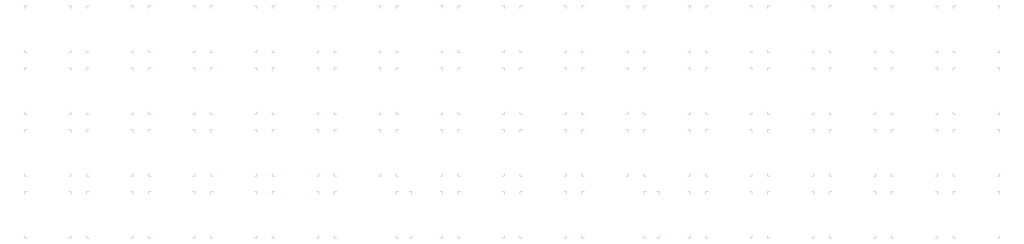
<source format=gbr>
%TF.GenerationSoftware,KiCad,Pcbnew,(6.0.0)*%
%TF.CreationDate,2022-05-01T17:24:25-04:00*%
%TF.ProjectId,HL-2040,484c2d32-3034-4302-9e6b-696361645f70,Mark 2 Rev F*%
%TF.SameCoordinates,Original*%
%TF.FileFunction,Legend,Top*%
%TF.FilePolarity,Positive*%
%FSLAX46Y46*%
G04 Gerber Fmt 4.6, Leading zero omitted, Abs format (unit mm)*
G04 Created by KiCad (PCBNEW (6.0.0)) date 2022-05-01 17:24:25*
%MOMM*%
%LPD*%
G01*
G04 APERTURE LIST*
%ADD10C,0.120000*%
G04 APERTURE END LIST*
D10*
%TO.C,K2*%
X50800450Y-88105800D02*
X51594150Y-88105800D01*
X50800450Y-87312100D02*
X50800450Y-88105800D01*
X65087050Y-73819200D02*
X65087050Y-74612900D01*
X65087050Y-87312100D02*
X65087050Y-88105800D01*
X50800450Y-74612900D02*
X50800450Y-73819200D01*
X65087050Y-88105800D02*
X64293350Y-88105800D01*
X50800450Y-73819200D02*
X51594150Y-73819200D01*
X64293350Y-73819200D02*
X65087050Y-73819200D01*
%TO.C,K3*%
X69850450Y-74600200D02*
X69850450Y-73806500D01*
X69850450Y-88093100D02*
X70644150Y-88093100D01*
X84137050Y-88093100D02*
X83343350Y-88093100D01*
X84137050Y-73806500D02*
X84137050Y-74600200D01*
X69850450Y-73806500D02*
X70644150Y-73806500D01*
X83343350Y-73806500D02*
X84137050Y-73806500D01*
X84137050Y-87299400D02*
X84137050Y-88093100D01*
X69850450Y-87299400D02*
X69850450Y-88093100D01*
%TO.C,K6*%
X127000450Y-74612900D02*
X127000450Y-73819200D01*
X140493350Y-73819200D02*
X141287050Y-73819200D01*
X141287050Y-73819200D02*
X141287050Y-74612900D01*
X141287050Y-88105800D02*
X140493350Y-88105800D01*
X141287050Y-87312100D02*
X141287050Y-88105800D01*
X127000450Y-88105800D02*
X127794150Y-88105800D01*
X127000450Y-73819200D02*
X127794150Y-73819200D01*
X127000450Y-87312100D02*
X127000450Y-88105800D01*
%TO.C,K7*%
X159543350Y-73819200D02*
X160337050Y-73819200D01*
X146050450Y-74612900D02*
X146050450Y-73819200D01*
X160337050Y-88105800D02*
X159543350Y-88105800D01*
X146050450Y-88105800D02*
X146844150Y-88105800D01*
X160337050Y-73819200D02*
X160337050Y-74612900D01*
X146050450Y-87312100D02*
X146050450Y-88105800D01*
X160337050Y-87312100D02*
X160337050Y-88105800D01*
X146050450Y-73819200D02*
X146844150Y-73819200D01*
%TO.C,K8*%
X179387050Y-73819200D02*
X179387050Y-74612900D01*
X165100450Y-88105800D02*
X165894150Y-88105800D01*
X165100450Y-74612900D02*
X165100450Y-73819200D01*
X165100450Y-87312100D02*
X165100450Y-88105800D01*
X165100450Y-73819200D02*
X165894150Y-73819200D01*
X179387050Y-88105800D02*
X178593350Y-88105800D01*
X179387050Y-87312100D02*
X179387050Y-88105800D01*
X178593350Y-73819200D02*
X179387050Y-73819200D01*
%TO.C,K9*%
X198437050Y-88105800D02*
X197643350Y-88105800D01*
X198437050Y-87312100D02*
X198437050Y-88105800D01*
X198437050Y-73819200D02*
X198437050Y-74612900D01*
X184150450Y-73819200D02*
X184944150Y-73819200D01*
X184150450Y-88105800D02*
X184944150Y-88105800D01*
X184150450Y-87312100D02*
X184150450Y-88105800D01*
X197643350Y-73819200D02*
X198437050Y-73819200D01*
X184150450Y-74612900D02*
X184150450Y-73819200D01*
%TO.C,K10*%
X203200450Y-73819200D02*
X203994150Y-73819200D01*
X216693350Y-73819200D02*
X217487050Y-73819200D01*
X217487050Y-73819200D02*
X217487050Y-74612900D01*
X203200450Y-88105800D02*
X203994150Y-88105800D01*
X217487050Y-88105800D02*
X216693350Y-88105800D01*
X217487050Y-87312100D02*
X217487050Y-88105800D01*
X203200450Y-74612900D02*
X203200450Y-73819200D01*
X203200450Y-87312100D02*
X203200450Y-88105800D01*
%TO.C,K11*%
X236537050Y-88105800D02*
X235743350Y-88105800D01*
X236537050Y-87312100D02*
X236537050Y-88105800D01*
X222250450Y-73819200D02*
X223044150Y-73819200D01*
X236537050Y-73819200D02*
X236537050Y-74612900D01*
X235743350Y-73819200D02*
X236537050Y-73819200D01*
X222250450Y-88105800D02*
X223044150Y-88105800D01*
X222250450Y-74612900D02*
X222250450Y-73819200D01*
X222250450Y-87312100D02*
X222250450Y-88105800D01*
%TO.C,K12*%
X241300450Y-74612900D02*
X241300450Y-73819200D01*
X241300450Y-87312100D02*
X241300450Y-88105800D01*
X241300450Y-73819200D02*
X242094150Y-73819200D01*
X241300450Y-88105800D02*
X242094150Y-88105800D01*
X255587050Y-88105800D02*
X254793350Y-88105800D01*
X255587050Y-87312100D02*
X255587050Y-88105800D01*
X255587050Y-73819200D02*
X255587050Y-74612900D01*
X254793350Y-73819200D02*
X255587050Y-73819200D01*
%TO.C,K13*%
X274637050Y-87312100D02*
X274637050Y-88105800D01*
X273843350Y-73819200D02*
X274637050Y-73819200D01*
X260350450Y-74612900D02*
X260350450Y-73819200D01*
X260350450Y-87312100D02*
X260350450Y-88105800D01*
X274637050Y-73819200D02*
X274637050Y-74612900D01*
X260350450Y-88105800D02*
X261144150Y-88105800D01*
X274637050Y-88105800D02*
X273843350Y-88105800D01*
X260350450Y-73819200D02*
X261144150Y-73819200D01*
%TO.C,K14*%
X292893350Y-73819200D02*
X293687050Y-73819200D01*
X279400450Y-73819200D02*
X280194150Y-73819200D01*
X293687050Y-88105800D02*
X292893350Y-88105800D01*
X279400450Y-87312100D02*
X279400450Y-88105800D01*
X279400450Y-74612900D02*
X279400450Y-73819200D01*
X293687050Y-87312100D02*
X293687050Y-88105800D01*
X279400450Y-88105800D02*
X280194150Y-88105800D01*
X293687050Y-73819200D02*
X293687050Y-74612900D01*
%TO.C,K15*%
X298450450Y-74612900D02*
X298450450Y-73819200D01*
X298450450Y-73819200D02*
X299244150Y-73819200D01*
X312737050Y-73819200D02*
X312737050Y-74612900D01*
X312737050Y-87312100D02*
X312737050Y-88105800D01*
X312737050Y-88105800D02*
X311943350Y-88105800D01*
X311943350Y-73819200D02*
X312737050Y-73819200D01*
X298450450Y-88105800D02*
X299244150Y-88105800D01*
X298450450Y-87312100D02*
X298450450Y-88105800D01*
%TO.C,K16*%
X317500450Y-88105800D02*
X318294150Y-88105800D01*
X317500450Y-87312100D02*
X317500450Y-88105800D01*
X331787050Y-88105800D02*
X330993350Y-88105800D01*
X330993350Y-73819200D02*
X331787050Y-73819200D01*
X331787050Y-87312100D02*
X331787050Y-88105800D01*
X317500450Y-73819200D02*
X318294150Y-73819200D01*
X331787050Y-73819200D02*
X331787050Y-74612900D01*
X317500450Y-74612900D02*
X317500450Y-73819200D01*
%TO.C,K17*%
X31750450Y-106362100D02*
X31750450Y-107155800D01*
X45243350Y-92869200D02*
X46037050Y-92869200D01*
X46037050Y-107155800D02*
X45243350Y-107155800D01*
X46037050Y-92869200D02*
X46037050Y-93662900D01*
X31750450Y-92869200D02*
X32544150Y-92869200D01*
X46037050Y-106362100D02*
X46037050Y-107155800D01*
X31750450Y-107155800D02*
X32544150Y-107155800D01*
X31750450Y-93662900D02*
X31750450Y-92869200D01*
%TO.C,K18*%
X50800450Y-92869200D02*
X51594150Y-92869200D01*
X64293350Y-92869200D02*
X65087050Y-92869200D01*
X65087050Y-92869200D02*
X65087050Y-93662900D01*
X50800450Y-107155800D02*
X51594150Y-107155800D01*
X65087050Y-107155800D02*
X64293350Y-107155800D01*
X50800450Y-93662900D02*
X50800450Y-92869200D01*
X50800450Y-106362100D02*
X50800450Y-107155800D01*
X65087050Y-106362100D02*
X65087050Y-107155800D01*
%TO.C,K19*%
X83343350Y-92869200D02*
X84137050Y-92869200D01*
X84137050Y-106362100D02*
X84137050Y-107155800D01*
X69850450Y-106362100D02*
X69850450Y-107155800D01*
X84137050Y-107155800D02*
X83343350Y-107155800D01*
X84137050Y-92869200D02*
X84137050Y-93662900D01*
X69850450Y-93662900D02*
X69850450Y-92869200D01*
X69850450Y-107155800D02*
X70644150Y-107155800D01*
X69850450Y-92869200D02*
X70644150Y-92869200D01*
%TO.C,K22*%
X127000450Y-107155800D02*
X127794150Y-107155800D01*
X140493350Y-92869200D02*
X141287050Y-92869200D01*
X127000450Y-106362100D02*
X127000450Y-107155800D01*
X127000450Y-93662900D02*
X127000450Y-92869200D01*
X141287050Y-92869200D02*
X141287050Y-93662900D01*
X141287050Y-107155800D02*
X140493350Y-107155800D01*
X141287050Y-106362100D02*
X141287050Y-107155800D01*
X127000450Y-92869200D02*
X127794150Y-92869200D01*
%TO.C,K23*%
X160337050Y-106362100D02*
X160337050Y-107155800D01*
X146050450Y-107155800D02*
X146844150Y-107155800D01*
X159543350Y-92869200D02*
X160337050Y-92869200D01*
X160337050Y-92869200D02*
X160337050Y-93662900D01*
X160337050Y-107155800D02*
X159543350Y-107155800D01*
X146050450Y-92869200D02*
X146844150Y-92869200D01*
X146050450Y-106362100D02*
X146050450Y-107155800D01*
X146050450Y-93662900D02*
X146050450Y-92869200D01*
%TO.C,K24*%
X165100450Y-93662900D02*
X165100450Y-92869200D01*
X165100450Y-92869200D02*
X165894150Y-92869200D01*
X165100450Y-107155800D02*
X165894150Y-107155800D01*
X178593350Y-92869200D02*
X179387050Y-92869200D01*
X179387050Y-92869200D02*
X179387050Y-93662900D01*
X179387050Y-107155800D02*
X178593350Y-107155800D01*
X179387050Y-106362100D02*
X179387050Y-107155800D01*
X165100450Y-106362100D02*
X165100450Y-107155800D01*
%TO.C,K25*%
X184150450Y-93662900D02*
X184150450Y-92869200D01*
X198437050Y-106362100D02*
X198437050Y-107155800D01*
X198437050Y-107155800D02*
X197643350Y-107155800D01*
X198437050Y-92869200D02*
X198437050Y-93662900D01*
X197643350Y-92869200D02*
X198437050Y-92869200D01*
X184150450Y-107155800D02*
X184944150Y-107155800D01*
X184150450Y-106362100D02*
X184150450Y-107155800D01*
X184150450Y-92869200D02*
X184944150Y-92869200D01*
%TO.C,K26*%
X217487050Y-107155800D02*
X216693350Y-107155800D01*
X203200450Y-93662900D02*
X203200450Y-92869200D01*
X217487050Y-106362100D02*
X217487050Y-107155800D01*
X203200450Y-107155800D02*
X203994150Y-107155800D01*
X203200450Y-106362100D02*
X203200450Y-107155800D01*
X203200450Y-92869200D02*
X203994150Y-92869200D01*
X217487050Y-92869200D02*
X217487050Y-93662900D01*
X216693350Y-92869200D02*
X217487050Y-92869200D01*
%TO.C,K27*%
X236537050Y-107155800D02*
X235743350Y-107155800D01*
X222250450Y-107155800D02*
X223044150Y-107155800D01*
X222250450Y-93662900D02*
X222250450Y-92869200D01*
X235743350Y-92869200D02*
X236537050Y-92869200D01*
X222250450Y-106362100D02*
X222250450Y-107155800D01*
X236537050Y-106362100D02*
X236537050Y-107155800D01*
X222250450Y-92869200D02*
X223044150Y-92869200D01*
X236537050Y-92869200D02*
X236537050Y-93662900D01*
%TO.C,K28*%
X241300450Y-93662900D02*
X241300450Y-92869200D01*
X254793350Y-92869200D02*
X255587050Y-92869200D01*
X241300450Y-106362100D02*
X241300450Y-107155800D01*
X255587050Y-92869200D02*
X255587050Y-93662900D01*
X241300450Y-92869200D02*
X242094150Y-92869200D01*
X255587050Y-106362100D02*
X255587050Y-107155800D01*
X255587050Y-107155800D02*
X254793350Y-107155800D01*
X241300450Y-107155800D02*
X242094150Y-107155800D01*
%TO.C,K29*%
X260350450Y-93662900D02*
X260350450Y-92869200D01*
X273843350Y-92869200D02*
X274637050Y-92869200D01*
X260350450Y-92869200D02*
X261144150Y-92869200D01*
X274637050Y-92869200D02*
X274637050Y-93662900D01*
X260350450Y-106362100D02*
X260350450Y-107155800D01*
X274637050Y-106362100D02*
X274637050Y-107155800D01*
X274637050Y-107155800D02*
X273843350Y-107155800D01*
X260350450Y-107155800D02*
X261144150Y-107155800D01*
%TO.C,K30*%
X292893350Y-92869200D02*
X293687050Y-92869200D01*
X279400450Y-92869200D02*
X280194150Y-92869200D01*
X293687050Y-107155800D02*
X292893350Y-107155800D01*
X279400450Y-107155800D02*
X280194150Y-107155800D01*
X293687050Y-92869200D02*
X293687050Y-93662900D01*
X279400450Y-106362100D02*
X279400450Y-107155800D01*
X293687050Y-106362100D02*
X293687050Y-107155800D01*
X279400450Y-93662900D02*
X279400450Y-92869200D01*
%TO.C,K31*%
X298450450Y-92869200D02*
X299244150Y-92869200D01*
X311943350Y-92869200D02*
X312737050Y-92869200D01*
X298450450Y-107155800D02*
X299244150Y-107155800D01*
X312737050Y-107155800D02*
X311943350Y-107155800D01*
X298450450Y-93662900D02*
X298450450Y-92869200D01*
X312737050Y-106362100D02*
X312737050Y-107155800D01*
X298450450Y-106362100D02*
X298450450Y-107155800D01*
X312737050Y-92869200D02*
X312737050Y-93662900D01*
%TO.C,K32*%
X317500450Y-93662900D02*
X317500450Y-92869200D01*
X331787050Y-106362100D02*
X331787050Y-107155800D01*
X317500450Y-107155800D02*
X318294150Y-107155800D01*
X330993350Y-92869200D02*
X331787050Y-92869200D01*
X317500450Y-106362100D02*
X317500450Y-107155800D01*
X317500450Y-92869200D02*
X318294150Y-92869200D01*
X331787050Y-107155800D02*
X330993350Y-107155800D01*
X331787050Y-92869200D02*
X331787050Y-93662900D01*
%TO.C,K33*%
X31750450Y-125412100D02*
X31750450Y-126205800D01*
X46037050Y-125412100D02*
X46037050Y-126205800D01*
X31750450Y-126205800D02*
X32544150Y-126205800D01*
X31750450Y-111919200D02*
X32544150Y-111919200D01*
X45243350Y-111919200D02*
X46037050Y-111919200D01*
X31750450Y-112712900D02*
X31750450Y-111919200D01*
X46037050Y-111919200D02*
X46037050Y-112712900D01*
X46037050Y-126205800D02*
X45243350Y-126205800D01*
%TO.C,K34*%
X65087050Y-125412100D02*
X65087050Y-126205800D01*
X50800450Y-112712900D02*
X50800450Y-111919200D01*
X50800450Y-126205800D02*
X51594150Y-126205800D01*
X50800450Y-111919200D02*
X51594150Y-111919200D01*
X65087050Y-111919200D02*
X65087050Y-112712900D01*
X65087050Y-126205800D02*
X64293350Y-126205800D01*
X64293350Y-111919200D02*
X65087050Y-111919200D01*
X50800450Y-125412100D02*
X50800450Y-126205800D01*
%TO.C,K35*%
X69850450Y-111919200D02*
X70644150Y-111919200D01*
X84137050Y-125412100D02*
X84137050Y-126205800D01*
X69850450Y-125412100D02*
X69850450Y-126205800D01*
X69850450Y-126205800D02*
X70644150Y-126205800D01*
X84137050Y-126205800D02*
X83343350Y-126205800D01*
X84137050Y-111919200D02*
X84137050Y-112712900D01*
X69850450Y-112712900D02*
X69850450Y-111919200D01*
X83343350Y-111919200D02*
X84137050Y-111919200D01*
%TO.C,K36*%
X102393350Y-111919200D02*
X103187050Y-111919200D01*
X88900450Y-125412100D02*
X88900450Y-126205800D01*
X88900450Y-126205800D02*
X89694150Y-126205800D01*
X88900450Y-111919200D02*
X89694150Y-111919200D01*
X88900450Y-112712900D02*
X88900450Y-111919200D01*
X103187050Y-126205800D02*
X102393350Y-126205800D01*
X103187050Y-125412100D02*
X103187050Y-126205800D01*
X103187050Y-111919200D02*
X103187050Y-112712900D01*
%TO.C,K37*%
X107950450Y-111919200D02*
X108744150Y-111919200D01*
X122237050Y-126205800D02*
X121443350Y-126205800D01*
X107950450Y-126205800D02*
X108744150Y-126205800D01*
X107950450Y-112712900D02*
X107950450Y-111919200D01*
X107950450Y-125412100D02*
X107950450Y-126205800D01*
X122237050Y-125412100D02*
X122237050Y-126205800D01*
X121443350Y-111919200D02*
X122237050Y-111919200D01*
X122237050Y-111919200D02*
X122237050Y-112712900D01*
%TO.C,K38*%
X127000450Y-126205800D02*
X127794150Y-126205800D01*
X127000450Y-125412100D02*
X127000450Y-126205800D01*
X141287050Y-111919200D02*
X141287050Y-112712900D01*
X140493350Y-111919200D02*
X141287050Y-111919200D01*
X127000450Y-111919200D02*
X127794150Y-111919200D01*
X141287050Y-125412100D02*
X141287050Y-126205800D01*
X127000450Y-112712900D02*
X127000450Y-111919200D01*
X141287050Y-126205800D02*
X140493350Y-126205800D01*
%TO.C,K39*%
X146050450Y-126205800D02*
X146844150Y-126205800D01*
X146050450Y-111919200D02*
X146844150Y-111919200D01*
X159543350Y-111919200D02*
X160337050Y-111919200D01*
X146050450Y-125412100D02*
X146050450Y-126205800D01*
X160337050Y-126205800D02*
X159543350Y-126205800D01*
X160337050Y-125412100D02*
X160337050Y-126205800D01*
X146050450Y-112712900D02*
X146050450Y-111919200D01*
X160337050Y-111919200D02*
X160337050Y-112712900D01*
%TO.C,K40*%
X165100450Y-111919200D02*
X165894150Y-111919200D01*
X165100450Y-112712900D02*
X165100450Y-111919200D01*
X179387050Y-125412100D02*
X179387050Y-126205800D01*
X165100450Y-125412100D02*
X165100450Y-126205800D01*
X178593350Y-111919200D02*
X179387050Y-111919200D01*
X179387050Y-111919200D02*
X179387050Y-112712900D01*
X179387050Y-126205800D02*
X178593350Y-126205800D01*
X165100450Y-126205800D02*
X165894150Y-126205800D01*
%TO.C,K41*%
X184150450Y-125412100D02*
X184150450Y-126205800D01*
X198437050Y-111919200D02*
X198437050Y-112712900D01*
X197643350Y-111919200D02*
X198437050Y-111919200D01*
X198437050Y-126205800D02*
X197643350Y-126205800D01*
X184150450Y-112712900D02*
X184150450Y-111919200D01*
X198437050Y-125412100D02*
X198437050Y-126205800D01*
X184150450Y-126205800D02*
X184944150Y-126205800D01*
X184150450Y-111919200D02*
X184944150Y-111919200D01*
%TO.C,K42*%
X203200450Y-125412100D02*
X203200450Y-126205800D01*
X217487050Y-111919200D02*
X217487050Y-112712900D01*
X203200450Y-111919200D02*
X203994150Y-111919200D01*
X217487050Y-125412100D02*
X217487050Y-126205800D01*
X216693350Y-111919200D02*
X217487050Y-111919200D01*
X217487050Y-126205800D02*
X216693350Y-126205800D01*
X203200450Y-112712900D02*
X203200450Y-111919200D01*
X203200450Y-126205800D02*
X203994150Y-126205800D01*
%TO.C,K43*%
X236537050Y-111919200D02*
X236537050Y-112712900D01*
X235743350Y-111919200D02*
X236537050Y-111919200D01*
X222250450Y-125412100D02*
X222250450Y-126205800D01*
X236537050Y-125412100D02*
X236537050Y-126205800D01*
X222250450Y-112712900D02*
X222250450Y-111919200D01*
X236537050Y-126205800D02*
X235743350Y-126205800D01*
X222250450Y-126205800D02*
X223044150Y-126205800D01*
X222250450Y-111919200D02*
X223044150Y-111919200D01*
%TO.C,K44*%
X241300450Y-112712900D02*
X241300450Y-111919200D01*
X241300450Y-126205800D02*
X242094150Y-126205800D01*
X255587050Y-125412100D02*
X255587050Y-126205800D01*
X255587050Y-126205800D02*
X254793350Y-126205800D01*
X255587050Y-111919200D02*
X255587050Y-112712900D01*
X241300450Y-111919200D02*
X242094150Y-111919200D01*
X254793350Y-111919200D02*
X255587050Y-111919200D01*
X241300450Y-125412100D02*
X241300450Y-126205800D01*
%TO.C,K45*%
X273843350Y-111919200D02*
X274637050Y-111919200D01*
X260350450Y-112712900D02*
X260350450Y-111919200D01*
X274637050Y-126205800D02*
X273843350Y-126205800D01*
X274637050Y-125412100D02*
X274637050Y-126205800D01*
X260350450Y-111919200D02*
X261144150Y-111919200D01*
X274637050Y-111919200D02*
X274637050Y-112712900D01*
X260350450Y-125412100D02*
X260350450Y-126205800D01*
X260350450Y-126205800D02*
X261144150Y-126205800D01*
%TO.C,K46*%
X293687050Y-126205800D02*
X292893350Y-126205800D01*
X279400450Y-112712900D02*
X279400450Y-111919200D01*
X279400450Y-125412100D02*
X279400450Y-126205800D01*
X293687050Y-111919200D02*
X293687050Y-112712900D01*
X293687050Y-125412100D02*
X293687050Y-126205800D01*
X279400450Y-126205800D02*
X280194150Y-126205800D01*
X292893350Y-111919200D02*
X293687050Y-111919200D01*
X279400450Y-111919200D02*
X280194150Y-111919200D01*
%TO.C,K47*%
X298450450Y-112712900D02*
X298450450Y-111919200D01*
X311943350Y-111919200D02*
X312737050Y-111919200D01*
X312737050Y-111919200D02*
X312737050Y-112712900D01*
X298450450Y-125412100D02*
X298450450Y-126205800D01*
X298450450Y-126205800D02*
X299244150Y-126205800D01*
X312737050Y-125412100D02*
X312737050Y-126205800D01*
X298450450Y-111919200D02*
X299244150Y-111919200D01*
X312737050Y-126205800D02*
X311943350Y-126205800D01*
%TO.C,K48*%
X317500450Y-126205800D02*
X318294150Y-126205800D01*
X317500450Y-125412100D02*
X317500450Y-126205800D01*
X331787050Y-126205800D02*
X330993350Y-126205800D01*
X317500450Y-111919200D02*
X318294150Y-111919200D01*
X317500450Y-112712900D02*
X317500450Y-111919200D01*
X331787050Y-125412100D02*
X331787050Y-126205800D01*
X330993350Y-111919200D02*
X331787050Y-111919200D01*
X331787050Y-111919200D02*
X331787050Y-112712900D01*
%TO.C,K49*%
X45243350Y-130969200D02*
X46037050Y-130969200D01*
X31750450Y-131762900D02*
X31750450Y-130969200D01*
X46037050Y-145255800D02*
X45243350Y-145255800D01*
X31750450Y-145255800D02*
X32544150Y-145255800D01*
X46037050Y-144462100D02*
X46037050Y-145255800D01*
X31750450Y-144462100D02*
X31750450Y-145255800D01*
X46037050Y-130969200D02*
X46037050Y-131762900D01*
X31750450Y-130969200D02*
X32544150Y-130969200D01*
%TO.C,K50*%
X65087050Y-145255800D02*
X64293350Y-145255800D01*
X50800450Y-145255800D02*
X51594150Y-145255800D01*
X65087050Y-144462100D02*
X65087050Y-145255800D01*
X50800450Y-144462100D02*
X50800450Y-145255800D01*
X50800450Y-130969200D02*
X51594150Y-130969200D01*
X64293350Y-130969200D02*
X65087050Y-130969200D01*
X50800450Y-131762900D02*
X50800450Y-130969200D01*
X65087050Y-130969200D02*
X65087050Y-131762900D01*
%TO.C,K51*%
X84137050Y-130969200D02*
X84137050Y-131762900D01*
X69850450Y-144462100D02*
X69850450Y-145255800D01*
X83343350Y-130969200D02*
X84137050Y-130969200D01*
X84137050Y-145255800D02*
X83343350Y-145255800D01*
X84137050Y-144462100D02*
X84137050Y-145255800D01*
X69850450Y-131762900D02*
X69850450Y-130969200D01*
X69850450Y-130969200D02*
X70644150Y-130969200D01*
X69850450Y-145255800D02*
X70644150Y-145255800D01*
%TO.C,K52*%
X103187050Y-130969200D02*
X103187050Y-131762900D01*
X88900450Y-144462100D02*
X88900450Y-145255800D01*
X102393350Y-130969200D02*
X103187050Y-130969200D01*
X103187050Y-144462100D02*
X103187050Y-145255800D01*
X88900450Y-130969200D02*
X89694150Y-130969200D01*
X103187050Y-145255800D02*
X102393350Y-145255800D01*
X88900450Y-145255800D02*
X89694150Y-145255800D01*
X88900450Y-131762900D02*
X88900450Y-130969200D01*
%TO.C,K53*%
X121443350Y-130969200D02*
X122237050Y-130969200D01*
X107950450Y-145255800D02*
X108744150Y-145255800D01*
X122237050Y-130969200D02*
X122237050Y-131762900D01*
X122237050Y-145255800D02*
X121443350Y-145255800D01*
X107950450Y-144462100D02*
X107950450Y-145255800D01*
X107950450Y-130969200D02*
X108744150Y-130969200D01*
X107950450Y-131762900D02*
X107950450Y-130969200D01*
X122237050Y-144462100D02*
X122237050Y-145255800D01*
%TO.C,K54*%
X150811450Y-144462100D02*
X150811450Y-145255800D01*
X127000450Y-145255800D02*
X127794150Y-145255800D01*
X127000450Y-131762900D02*
X127000450Y-130969200D01*
X127000450Y-130969200D02*
X127794150Y-130969200D01*
X150811450Y-130969200D02*
X150017750Y-130969200D01*
X150811450Y-145255800D02*
X150017750Y-145255800D01*
X127000450Y-144462100D02*
X127000450Y-145255800D01*
X150811450Y-131762900D02*
X150811450Y-130969200D01*
%TO.C,K55*%
X160337050Y-144462100D02*
X160337050Y-145255800D01*
X146050450Y-130969200D02*
X146844150Y-130969200D01*
X159543350Y-130969200D02*
X160337050Y-130969200D01*
X160337050Y-145255800D02*
X159543350Y-145255800D01*
X160337050Y-130969200D02*
X160337050Y-131762900D01*
X146050450Y-145255800D02*
X146844150Y-145255800D01*
X146050450Y-131762900D02*
X146050450Y-130969200D01*
X146050450Y-144462100D02*
X146050450Y-145255800D01*
%TO.C,K56*%
X165100450Y-144462100D02*
X165100450Y-145255800D01*
X165100450Y-130969200D02*
X165894150Y-130969200D01*
X179387050Y-145255800D02*
X178593350Y-145255800D01*
X179387050Y-144462100D02*
X179387050Y-145255800D01*
X165100450Y-131762900D02*
X165100450Y-130969200D01*
X178593350Y-130969200D02*
X179387050Y-130969200D01*
X179387050Y-130969200D02*
X179387050Y-131762900D01*
X165100450Y-145255800D02*
X165894150Y-145255800D01*
%TO.C,K57*%
X198437050Y-130969200D02*
X198437050Y-131762900D01*
X184150450Y-145255800D02*
X184944150Y-145255800D01*
X184150450Y-131762900D02*
X184150450Y-130969200D01*
X198437050Y-144462100D02*
X198437050Y-145255800D01*
X197643350Y-130969200D02*
X198437050Y-130969200D01*
X184150450Y-130969200D02*
X184944150Y-130969200D01*
X184150450Y-144462100D02*
X184150450Y-145255800D01*
X198437050Y-145255800D02*
X197643350Y-145255800D01*
%TO.C,K58*%
X227011450Y-131762900D02*
X227011450Y-130969200D01*
X227011450Y-145255800D02*
X226217750Y-145255800D01*
X203200450Y-130969200D02*
X203994150Y-130969200D01*
X227011450Y-144462100D02*
X227011450Y-145255800D01*
X227011450Y-130969200D02*
X226217750Y-130969200D01*
X203200450Y-144462100D02*
X203200450Y-145255800D01*
X203200450Y-131762900D02*
X203200450Y-130969200D01*
X203200450Y-145255800D02*
X203994150Y-145255800D01*
%TO.C,K59*%
X235743350Y-130969200D02*
X236537050Y-130969200D01*
X236537050Y-130969200D02*
X236537050Y-131762900D01*
X222250450Y-145255800D02*
X223044150Y-145255800D01*
X236537050Y-145255800D02*
X235743350Y-145255800D01*
X222250450Y-144462100D02*
X222250450Y-145255800D01*
X222250450Y-131762900D02*
X222250450Y-130969200D01*
X236537050Y-144462100D02*
X236537050Y-145255800D01*
X222250450Y-130969200D02*
X223044150Y-130969200D01*
%TO.C,K60*%
X254793350Y-130969200D02*
X255587050Y-130969200D01*
X255587050Y-130969200D02*
X255587050Y-131762900D01*
X241300450Y-144462100D02*
X241300450Y-145255800D01*
X255587050Y-144462100D02*
X255587050Y-145255800D01*
X241300450Y-145255800D02*
X242094150Y-145255800D01*
X241300450Y-130969200D02*
X242094150Y-130969200D01*
X241300450Y-131762900D02*
X241300450Y-130969200D01*
X255587050Y-145255800D02*
X254793350Y-145255800D01*
%TO.C,K61*%
X274637050Y-130969200D02*
X274637050Y-131762900D01*
X260350450Y-145255800D02*
X261144150Y-145255800D01*
X260350450Y-130969200D02*
X261144150Y-130969200D01*
X274637050Y-145255800D02*
X273843350Y-145255800D01*
X274637050Y-144462100D02*
X274637050Y-145255800D01*
X260350450Y-131762900D02*
X260350450Y-130969200D01*
X260350450Y-144462100D02*
X260350450Y-145255800D01*
X273843350Y-130969200D02*
X274637050Y-130969200D01*
%TO.C,K62*%
X293687050Y-145255800D02*
X292893350Y-145255800D01*
X293687050Y-130969200D02*
X293687050Y-131762900D01*
X279400450Y-131762900D02*
X279400450Y-130969200D01*
X292893350Y-130969200D02*
X293687050Y-130969200D01*
X279400450Y-145255800D02*
X280194150Y-145255800D01*
X279400450Y-130969200D02*
X280194150Y-130969200D01*
X279400450Y-144462100D02*
X279400450Y-145255800D01*
X293687050Y-144462100D02*
X293687050Y-145255800D01*
%TO.C,K63*%
X312737050Y-145255800D02*
X311943350Y-145255800D01*
X298450450Y-145255800D02*
X299244150Y-145255800D01*
X312737050Y-130969200D02*
X312737050Y-131762900D01*
X298450450Y-131762900D02*
X298450450Y-130969200D01*
X298450450Y-130969200D02*
X299244150Y-130969200D01*
X311943350Y-130969200D02*
X312737050Y-130969200D01*
X298450450Y-144462100D02*
X298450450Y-145255800D01*
X312737050Y-144462100D02*
X312737050Y-145255800D01*
%TO.C,K64*%
X331787050Y-130969200D02*
X331787050Y-131762900D01*
X317500450Y-144462100D02*
X317500450Y-145255800D01*
X317500450Y-130969200D02*
X318294150Y-130969200D01*
X331787050Y-144462100D02*
X331787050Y-145255800D01*
X317500450Y-145255800D02*
X318294150Y-145255800D01*
X317500450Y-131762900D02*
X317500450Y-130969200D01*
X330993350Y-130969200D02*
X331787050Y-130969200D01*
X331787050Y-145255800D02*
X330993350Y-145255800D01*
%TO.C,K1*%
X46037050Y-87312100D02*
X46037050Y-88105800D01*
X31750450Y-73819200D02*
X32544150Y-73819200D01*
X31750450Y-88105800D02*
X32544150Y-88105800D01*
X46037050Y-73819200D02*
X46037050Y-74612900D01*
X45243350Y-73819200D02*
X46037050Y-73819200D01*
X31750450Y-74612900D02*
X31750450Y-73819200D01*
X31750450Y-87312100D02*
X31750450Y-88105800D01*
X46037050Y-88105800D02*
X45243350Y-88105800D01*
%TO.C,K4*%
X103187050Y-73819200D02*
X103187050Y-74612900D01*
X88900450Y-88105800D02*
X89694150Y-88105800D01*
X88900450Y-73819200D02*
X89694150Y-73819200D01*
X88900450Y-87312100D02*
X88900450Y-88105800D01*
X102393350Y-73819200D02*
X103187050Y-73819200D01*
X103187050Y-88105800D02*
X102393350Y-88105800D01*
X103187050Y-87312100D02*
X103187050Y-88105800D01*
X88900450Y-74612900D02*
X88900450Y-73819200D01*
%TO.C,K5*%
X107950450Y-88105800D02*
X108744150Y-88105800D01*
X122237050Y-87312100D02*
X122237050Y-88105800D01*
X121443350Y-73819200D02*
X122237050Y-73819200D01*
X122237050Y-73819200D02*
X122237050Y-74612900D01*
X107950450Y-87312100D02*
X107950450Y-88105800D01*
X107950450Y-74612900D02*
X107950450Y-73819200D01*
X122237050Y-88105800D02*
X121443350Y-88105800D01*
X107950450Y-73819200D02*
X108744150Y-73819200D01*
%TO.C,K21*%
X107950450Y-92869200D02*
X108744150Y-92869200D01*
X122237050Y-107155800D02*
X121443350Y-107155800D01*
X122237050Y-92869200D02*
X122237050Y-93662900D01*
X107950450Y-93662900D02*
X107950450Y-92869200D01*
X107950450Y-107155800D02*
X108744150Y-107155800D01*
X121443350Y-92869200D02*
X122237050Y-92869200D01*
X122237050Y-106362100D02*
X122237050Y-107155800D01*
X107950450Y-106362100D02*
X107950450Y-107155800D01*
%TO.C,K20*%
X103187050Y-107155800D02*
X102393350Y-107155800D01*
X88900450Y-93662900D02*
X88900450Y-92869200D01*
X102393350Y-92869200D02*
X103187050Y-92869200D01*
X88900450Y-107155800D02*
X89694150Y-107155800D01*
X88900450Y-106362100D02*
X88900450Y-107155800D01*
X103187050Y-92869200D02*
X103187050Y-93662900D01*
X103187050Y-106362100D02*
X103187050Y-107155800D01*
X88900450Y-92869200D02*
X89694150Y-92869200D01*
%TD*%
M02*

</source>
